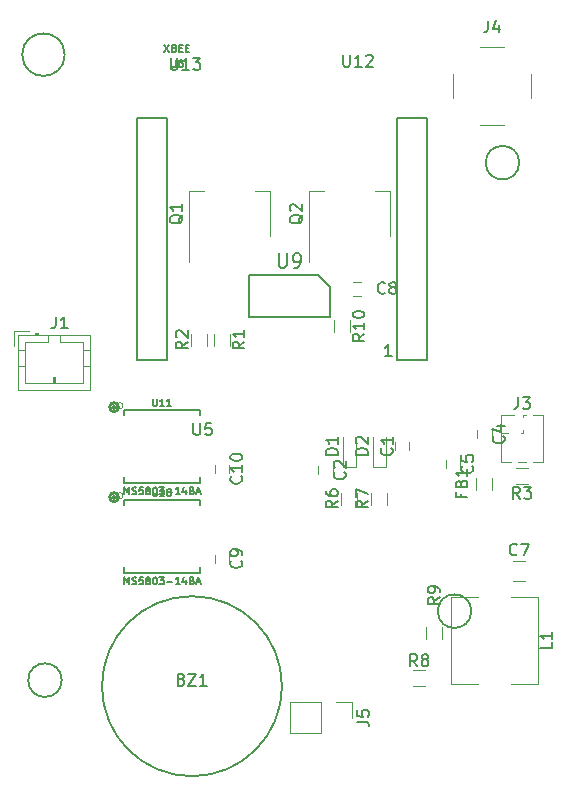
<source format=gbr>
G04 #@! TF.FileFunction,Legend,Top*
%FSLAX46Y46*%
G04 Gerber Fmt 4.6, Leading zero omitted, Abs format (unit mm)*
G04 Created by KiCad (PCBNEW 4.0.7) date 12/26/17 15:46:09*
%MOMM*%
%LPD*%
G01*
G04 APERTURE LIST*
%ADD10C,0.100000*%
%ADD11C,0.200000*%
%ADD12C,0.120000*%
%ADD13C,0.203200*%
%ADD14C,0.150000*%
%ADD15C,0.254000*%
%ADD16C,0.127000*%
%ADD17C,0.152400*%
G04 APERTURE END LIST*
D10*
D11*
X177568903Y-67437000D02*
G75*
G03X177568903Y-67437000I-1419903J0D01*
G01*
X139083051Y-58293000D02*
G75*
G03X139083051Y-58293000I-1796051J0D01*
G01*
X138833903Y-111252000D02*
G75*
G03X138833903Y-111252000I-1419903J0D01*
G01*
X173504903Y-105410000D02*
G75*
G03X173504903Y-105410000I-1419903J0D01*
G01*
D12*
X151720000Y-82923000D02*
X151720000Y-81923000D01*
X153080000Y-81923000D02*
X153080000Y-82923000D01*
X151175000Y-81923000D02*
X151175000Y-82923000D01*
X149815000Y-82923000D02*
X149815000Y-81923000D01*
D13*
X147731480Y-84114640D02*
X145232120Y-84114640D01*
X145232120Y-84114640D02*
X145232120Y-63614300D01*
X145232120Y-63614300D02*
X147731480Y-63614300D01*
X147731480Y-84114640D02*
X147731480Y-63614300D01*
X167228520Y-84114640D02*
X169727880Y-84114640D01*
X169727880Y-84114640D02*
X169727880Y-63614300D01*
X169727880Y-63614300D02*
X167228520Y-63614300D01*
X167228520Y-84114640D02*
X167228520Y-63614300D01*
D12*
X176035000Y-92770000D02*
X176857470Y-92770000D01*
X178742530Y-92770000D02*
X179565000Y-92770000D01*
X177472530Y-92770000D02*
X178127470Y-92770000D01*
X176035000Y-90295000D02*
X176035000Y-92770000D01*
X179565000Y-88840000D02*
X179565000Y-92770000D01*
X176035000Y-90295000D02*
X176601529Y-90295000D01*
X177728471Y-90295000D02*
X177871529Y-90295000D01*
X177925000Y-90241529D02*
X177925000Y-90098471D01*
X177925000Y-88971529D02*
X177925000Y-88840000D01*
X177925000Y-88840000D02*
X178127470Y-88840000D01*
X178742530Y-88840000D02*
X179565000Y-88840000D01*
X176035000Y-89535000D02*
X176035000Y-88775000D01*
X176035000Y-88775000D02*
X177165000Y-88775000D01*
X167040000Y-91790000D02*
X167040000Y-91090000D01*
X168240000Y-91090000D02*
X168240000Y-91790000D01*
X161763000Y-93122000D02*
X161763000Y-93822000D01*
X160563000Y-93822000D02*
X160563000Y-93122000D01*
X175225000Y-90074000D02*
X175225000Y-90774000D01*
X174025000Y-90774000D02*
X174025000Y-90074000D01*
X172558000Y-92614000D02*
X172558000Y-93314000D01*
X171358000Y-93314000D02*
X171358000Y-92614000D01*
X163480000Y-77505000D02*
X164180000Y-77505000D01*
X164180000Y-78705000D02*
X163480000Y-78705000D01*
X162645000Y-93240000D02*
X163745000Y-93240000D01*
X163745000Y-93240000D02*
X163745000Y-90640000D01*
X162645000Y-93240000D02*
X162645000Y-90640000D01*
X165185000Y-93240000D02*
X166285000Y-93240000D01*
X166285000Y-93240000D02*
X166285000Y-90640000D01*
X165185000Y-93240000D02*
X165185000Y-90640000D01*
X175305000Y-94115000D02*
X175305000Y-95115000D01*
X173945000Y-95115000D02*
X173945000Y-94115000D01*
X174050500Y-111586500D02*
X171750500Y-111586500D01*
X171750500Y-111586500D02*
X171750500Y-104186500D01*
X171750500Y-104186500D02*
X174050500Y-104186500D01*
X176850500Y-104186500D02*
X179150500Y-104186500D01*
X179150500Y-104186500D02*
X179150500Y-111586500D01*
X179150500Y-111586500D02*
X176850500Y-111586500D01*
X156445000Y-69845000D02*
X155185000Y-69845000D01*
X149625000Y-69845000D02*
X150885000Y-69845000D01*
X156445000Y-73605000D02*
X156445000Y-69845000D01*
X149625000Y-75855000D02*
X149625000Y-69845000D01*
X166605000Y-69845000D02*
X165345000Y-69845000D01*
X159785000Y-69845000D02*
X161045000Y-69845000D01*
X166605000Y-73605000D02*
X166605000Y-69845000D01*
X159785000Y-75855000D02*
X159785000Y-69845000D01*
X177300000Y-93300000D02*
X178300000Y-93300000D01*
X178300000Y-94660000D02*
X177300000Y-94660000D01*
X163875000Y-95385000D02*
X163875000Y-96385000D01*
X162515000Y-96385000D02*
X162515000Y-95385000D01*
X166415000Y-95385000D02*
X166415000Y-96385000D01*
X165055000Y-96385000D02*
X165055000Y-95385000D01*
X169600500Y-111741500D02*
X168600500Y-111741500D01*
X168600500Y-110381500D02*
X169600500Y-110381500D01*
X169690500Y-107751500D02*
X169690500Y-106751500D01*
X171050500Y-106751500D02*
X171050500Y-107751500D01*
X161880000Y-81780000D02*
X161880000Y-80780000D01*
X163240000Y-80780000D02*
X163240000Y-81780000D01*
D14*
X161565000Y-77985000D02*
X160565000Y-76985000D01*
X160565000Y-76985000D02*
X154665000Y-76985000D01*
X154665000Y-76985000D02*
X154665000Y-80495000D01*
X154665000Y-80495000D02*
X161565000Y-80495000D01*
X161565000Y-80495000D02*
X161565000Y-77985000D01*
D12*
X153000000Y-100615000D02*
X153000000Y-101315000D01*
X151800000Y-101315000D02*
X151800000Y-100615000D01*
X153000000Y-92995000D02*
X153000000Y-93695000D01*
X151800000Y-93695000D02*
X151800000Y-92995000D01*
D15*
X143637000Y-95758000D02*
G75*
G03X143637000Y-95758000I-381000J0D01*
G01*
X143383000Y-95758000D02*
G75*
G03X143383000Y-95758000I-127000J0D01*
G01*
D13*
X144122140Y-95961200D02*
X150517860Y-95961200D01*
X150517860Y-102158800D02*
X144122140Y-102158800D01*
X144122140Y-102158800D02*
X144122140Y-101658420D01*
X150517860Y-102158800D02*
X150517860Y-101658420D01*
X150517860Y-95961200D02*
X150517860Y-96461580D01*
X144122140Y-95961200D02*
X144122140Y-96461580D01*
D10*
X144018000Y-95631000D02*
G75*
G03X144018000Y-95631000I-254000J0D01*
G01*
D15*
X143637000Y-88138000D02*
G75*
G03X143637000Y-88138000I-381000J0D01*
G01*
X143383000Y-88138000D02*
G75*
G03X143383000Y-88138000I-127000J0D01*
G01*
D13*
X144122140Y-88341200D02*
X150517860Y-88341200D01*
X150517860Y-94538800D02*
X144122140Y-94538800D01*
X144122140Y-94538800D02*
X144122140Y-94038420D01*
X150517860Y-94538800D02*
X150517860Y-94038420D01*
X150517860Y-88341200D02*
X150517860Y-88841580D01*
X144122140Y-88341200D02*
X144122140Y-88841580D01*
D10*
X144018000Y-88011000D02*
G75*
G03X144018000Y-88011000I-254000J0D01*
G01*
D12*
X174260000Y-57660000D02*
X176260000Y-57660000D01*
X174260000Y-64260000D02*
X176260000Y-64260000D01*
X178560000Y-59960000D02*
X178560000Y-61960000D01*
X171960000Y-59960000D02*
X171960000Y-61960000D01*
D14*
X157480000Y-111760000D02*
G75*
G03X157480000Y-111760000I-7620000J0D01*
G01*
D12*
X158182000Y-113097000D02*
X158182000Y-115757000D01*
X160782000Y-113097000D02*
X158182000Y-113097000D01*
X160782000Y-115757000D02*
X158182000Y-115757000D01*
X160782000Y-113097000D02*
X160782000Y-115757000D01*
X162052000Y-113097000D02*
X163382000Y-113097000D01*
X163382000Y-113097000D02*
X163382000Y-114427000D01*
X135110000Y-82020000D02*
X135110000Y-86720000D01*
X135110000Y-86720000D02*
X141210000Y-86720000D01*
X141210000Y-86720000D02*
X141210000Y-82020000D01*
X141210000Y-82020000D02*
X135110000Y-82020000D01*
X137660000Y-82020000D02*
X137660000Y-82620000D01*
X137660000Y-82620000D02*
X135710000Y-82620000D01*
X135710000Y-82620000D02*
X135710000Y-86120000D01*
X135710000Y-86120000D02*
X140610000Y-86120000D01*
X140610000Y-86120000D02*
X140610000Y-82620000D01*
X140610000Y-82620000D02*
X138660000Y-82620000D01*
X138660000Y-82620000D02*
X138660000Y-82020000D01*
X135110000Y-83320000D02*
X135710000Y-83320000D01*
X135110000Y-84620000D02*
X135710000Y-84620000D01*
X141210000Y-83320000D02*
X140610000Y-83320000D01*
X141210000Y-84620000D02*
X140610000Y-84620000D01*
X136860000Y-82020000D02*
X136860000Y-81820000D01*
X136860000Y-81820000D02*
X136560000Y-81820000D01*
X136560000Y-81820000D02*
X136560000Y-82020000D01*
X136860000Y-81920000D02*
X136560000Y-81920000D01*
X138060000Y-86120000D02*
X138060000Y-85620000D01*
X138060000Y-85620000D02*
X138260000Y-85620000D01*
X138260000Y-85620000D02*
X138260000Y-86120000D01*
X138160000Y-86120000D02*
X138160000Y-85620000D01*
X136060000Y-81720000D02*
X134810000Y-81720000D01*
X134810000Y-81720000D02*
X134810000Y-82970000D01*
X178046000Y-101131000D02*
X177046000Y-101131000D01*
X177046000Y-102831000D02*
X178046000Y-102831000D01*
D14*
X154302381Y-82589666D02*
X153826190Y-82923000D01*
X154302381Y-83161095D02*
X153302381Y-83161095D01*
X153302381Y-82780142D01*
X153350000Y-82684904D01*
X153397619Y-82637285D01*
X153492857Y-82589666D01*
X153635714Y-82589666D01*
X153730952Y-82637285D01*
X153778571Y-82684904D01*
X153826190Y-82780142D01*
X153826190Y-83161095D01*
X154302381Y-81637285D02*
X154302381Y-82208714D01*
X154302381Y-81923000D02*
X153302381Y-81923000D01*
X153445238Y-82018238D01*
X153540476Y-82113476D01*
X153588095Y-82208714D01*
X149497381Y-82589666D02*
X149021190Y-82923000D01*
X149497381Y-83161095D02*
X148497381Y-83161095D01*
X148497381Y-82780142D01*
X148545000Y-82684904D01*
X148592619Y-82637285D01*
X148687857Y-82589666D01*
X148830714Y-82589666D01*
X148925952Y-82637285D01*
X148973571Y-82684904D01*
X149021190Y-82780142D01*
X149021190Y-83161095D01*
X148592619Y-82208714D02*
X148545000Y-82161095D01*
X148497381Y-82065857D01*
X148497381Y-81827761D01*
X148545000Y-81732523D01*
X148592619Y-81684904D01*
X148687857Y-81637285D01*
X148783095Y-81637285D01*
X148925952Y-81684904D01*
X149497381Y-82256333D01*
X149497381Y-81637285D01*
D16*
X148125543Y-58721171D02*
X148125543Y-59214657D01*
X148154571Y-59272714D01*
X148183600Y-59301743D01*
X148241657Y-59330771D01*
X148357771Y-59330771D01*
X148415829Y-59301743D01*
X148444857Y-59272714D01*
X148473886Y-59214657D01*
X148473886Y-58721171D01*
X149025429Y-58721171D02*
X148909315Y-58721171D01*
X148851258Y-58750200D01*
X148822229Y-58779229D01*
X148764172Y-58866314D01*
X148735143Y-58982429D01*
X148735143Y-59214657D01*
X148764172Y-59272714D01*
X148793200Y-59301743D01*
X148851258Y-59330771D01*
X148967372Y-59330771D01*
X149025429Y-59301743D01*
X149054458Y-59272714D01*
X149083486Y-59214657D01*
X149083486Y-59069514D01*
X149054458Y-59011457D01*
X149025429Y-58982429D01*
X148967372Y-58953400D01*
X148851258Y-58953400D01*
X148793200Y-58982429D01*
X148764172Y-59011457D01*
X148735143Y-59069514D01*
X147530458Y-57451171D02*
X147936858Y-58060771D01*
X147936858Y-57451171D02*
X147530458Y-58060771D01*
X148372286Y-57741457D02*
X148459372Y-57770486D01*
X148488400Y-57799514D01*
X148517429Y-57857571D01*
X148517429Y-57944657D01*
X148488400Y-58002714D01*
X148459372Y-58031743D01*
X148401314Y-58060771D01*
X148169086Y-58060771D01*
X148169086Y-57451171D01*
X148372286Y-57451171D01*
X148430343Y-57480200D01*
X148459372Y-57509229D01*
X148488400Y-57567286D01*
X148488400Y-57625343D01*
X148459372Y-57683400D01*
X148430343Y-57712429D01*
X148372286Y-57741457D01*
X148169086Y-57741457D01*
X148778686Y-57741457D02*
X148981886Y-57741457D01*
X149068972Y-58060771D02*
X148778686Y-58060771D01*
X148778686Y-57451171D01*
X149068972Y-57451171D01*
X149330229Y-57741457D02*
X149533429Y-57741457D01*
X149620515Y-58060771D02*
X149330229Y-58060771D01*
X149330229Y-57451171D01*
X149620515Y-57451171D01*
D17*
X166761886Y-83832579D02*
X166181315Y-83832579D01*
X166471601Y-83832579D02*
X166471601Y-82816579D01*
X166374839Y-82961722D01*
X166278077Y-83058484D01*
X166181315Y-83106865D01*
D14*
X177466667Y-87292381D02*
X177466667Y-88006667D01*
X177419047Y-88149524D01*
X177323809Y-88244762D01*
X177180952Y-88292381D01*
X177085714Y-88292381D01*
X177847619Y-87292381D02*
X178466667Y-87292381D01*
X178133333Y-87673333D01*
X178276191Y-87673333D01*
X178371429Y-87720952D01*
X178419048Y-87768571D01*
X178466667Y-87863810D01*
X178466667Y-88101905D01*
X178419048Y-88197143D01*
X178371429Y-88244762D01*
X178276191Y-88292381D01*
X177990476Y-88292381D01*
X177895238Y-88244762D01*
X177847619Y-88197143D01*
X166747143Y-91606666D02*
X166794762Y-91654285D01*
X166842381Y-91797142D01*
X166842381Y-91892380D01*
X166794762Y-92035238D01*
X166699524Y-92130476D01*
X166604286Y-92178095D01*
X166413810Y-92225714D01*
X166270952Y-92225714D01*
X166080476Y-92178095D01*
X165985238Y-92130476D01*
X165890000Y-92035238D01*
X165842381Y-91892380D01*
X165842381Y-91797142D01*
X165890000Y-91654285D01*
X165937619Y-91606666D01*
X166842381Y-90654285D02*
X166842381Y-91225714D01*
X166842381Y-90940000D02*
X165842381Y-90940000D01*
X165985238Y-91035238D01*
X166080476Y-91130476D01*
X166128095Y-91225714D01*
X162770143Y-93638666D02*
X162817762Y-93686285D01*
X162865381Y-93829142D01*
X162865381Y-93924380D01*
X162817762Y-94067238D01*
X162722524Y-94162476D01*
X162627286Y-94210095D01*
X162436810Y-94257714D01*
X162293952Y-94257714D01*
X162103476Y-94210095D01*
X162008238Y-94162476D01*
X161913000Y-94067238D01*
X161865381Y-93924380D01*
X161865381Y-93829142D01*
X161913000Y-93686285D01*
X161960619Y-93638666D01*
X161960619Y-93257714D02*
X161913000Y-93210095D01*
X161865381Y-93114857D01*
X161865381Y-92876761D01*
X161913000Y-92781523D01*
X161960619Y-92733904D01*
X162055857Y-92686285D01*
X162151095Y-92686285D01*
X162293952Y-92733904D01*
X162865381Y-93305333D01*
X162865381Y-92686285D01*
X176232143Y-90590666D02*
X176279762Y-90638285D01*
X176327381Y-90781142D01*
X176327381Y-90876380D01*
X176279762Y-91019238D01*
X176184524Y-91114476D01*
X176089286Y-91162095D01*
X175898810Y-91209714D01*
X175755952Y-91209714D01*
X175565476Y-91162095D01*
X175470238Y-91114476D01*
X175375000Y-91019238D01*
X175327381Y-90876380D01*
X175327381Y-90781142D01*
X175375000Y-90638285D01*
X175422619Y-90590666D01*
X175660714Y-89733523D02*
X176327381Y-89733523D01*
X175279762Y-89971619D02*
X175994048Y-90209714D01*
X175994048Y-89590666D01*
X173565143Y-93130666D02*
X173612762Y-93178285D01*
X173660381Y-93321142D01*
X173660381Y-93416380D01*
X173612762Y-93559238D01*
X173517524Y-93654476D01*
X173422286Y-93702095D01*
X173231810Y-93749714D01*
X173088952Y-93749714D01*
X172898476Y-93702095D01*
X172803238Y-93654476D01*
X172708000Y-93559238D01*
X172660381Y-93416380D01*
X172660381Y-93321142D01*
X172708000Y-93178285D01*
X172755619Y-93130666D01*
X172660381Y-92225904D02*
X172660381Y-92702095D01*
X173136571Y-92749714D01*
X173088952Y-92702095D01*
X173041333Y-92606857D01*
X173041333Y-92368761D01*
X173088952Y-92273523D01*
X173136571Y-92225904D01*
X173231810Y-92178285D01*
X173469905Y-92178285D01*
X173565143Y-92225904D01*
X173612762Y-92273523D01*
X173660381Y-92368761D01*
X173660381Y-92606857D01*
X173612762Y-92702095D01*
X173565143Y-92749714D01*
X166203334Y-78462143D02*
X166155715Y-78509762D01*
X166012858Y-78557381D01*
X165917620Y-78557381D01*
X165774762Y-78509762D01*
X165679524Y-78414524D01*
X165631905Y-78319286D01*
X165584286Y-78128810D01*
X165584286Y-77985952D01*
X165631905Y-77795476D01*
X165679524Y-77700238D01*
X165774762Y-77605000D01*
X165917620Y-77557381D01*
X166012858Y-77557381D01*
X166155715Y-77605000D01*
X166203334Y-77652619D01*
X166774762Y-77985952D02*
X166679524Y-77938333D01*
X166631905Y-77890714D01*
X166584286Y-77795476D01*
X166584286Y-77747857D01*
X166631905Y-77652619D01*
X166679524Y-77605000D01*
X166774762Y-77557381D01*
X166965239Y-77557381D01*
X167060477Y-77605000D01*
X167108096Y-77652619D01*
X167155715Y-77747857D01*
X167155715Y-77795476D01*
X167108096Y-77890714D01*
X167060477Y-77938333D01*
X166965239Y-77985952D01*
X166774762Y-77985952D01*
X166679524Y-78033571D01*
X166631905Y-78081190D01*
X166584286Y-78176429D01*
X166584286Y-78366905D01*
X166631905Y-78462143D01*
X166679524Y-78509762D01*
X166774762Y-78557381D01*
X166965239Y-78557381D01*
X167060477Y-78509762D01*
X167108096Y-78462143D01*
X167155715Y-78366905D01*
X167155715Y-78176429D01*
X167108096Y-78081190D01*
X167060477Y-78033571D01*
X166965239Y-77985952D01*
X162197381Y-92178095D02*
X161197381Y-92178095D01*
X161197381Y-91940000D01*
X161245000Y-91797142D01*
X161340238Y-91701904D01*
X161435476Y-91654285D01*
X161625952Y-91606666D01*
X161768810Y-91606666D01*
X161959286Y-91654285D01*
X162054524Y-91701904D01*
X162149762Y-91797142D01*
X162197381Y-91940000D01*
X162197381Y-92178095D01*
X162197381Y-90654285D02*
X162197381Y-91225714D01*
X162197381Y-90940000D02*
X161197381Y-90940000D01*
X161340238Y-91035238D01*
X161435476Y-91130476D01*
X161483095Y-91225714D01*
X164737381Y-92178095D02*
X163737381Y-92178095D01*
X163737381Y-91940000D01*
X163785000Y-91797142D01*
X163880238Y-91701904D01*
X163975476Y-91654285D01*
X164165952Y-91606666D01*
X164308810Y-91606666D01*
X164499286Y-91654285D01*
X164594524Y-91701904D01*
X164689762Y-91797142D01*
X164737381Y-91940000D01*
X164737381Y-92178095D01*
X163832619Y-91225714D02*
X163785000Y-91178095D01*
X163737381Y-91082857D01*
X163737381Y-90844761D01*
X163785000Y-90749523D01*
X163832619Y-90701904D01*
X163927857Y-90654285D01*
X164023095Y-90654285D01*
X164165952Y-90701904D01*
X164737381Y-91273333D01*
X164737381Y-90654285D01*
X172653571Y-95448333D02*
X172653571Y-95781667D01*
X173177381Y-95781667D02*
X172177381Y-95781667D01*
X172177381Y-95305476D01*
X172653571Y-94591190D02*
X172701190Y-94448333D01*
X172748810Y-94400714D01*
X172844048Y-94353095D01*
X172986905Y-94353095D01*
X173082143Y-94400714D01*
X173129762Y-94448333D01*
X173177381Y-94543571D01*
X173177381Y-94924524D01*
X172177381Y-94924524D01*
X172177381Y-94591190D01*
X172225000Y-94495952D01*
X172272619Y-94448333D01*
X172367857Y-94400714D01*
X172463095Y-94400714D01*
X172558333Y-94448333D01*
X172605952Y-94495952D01*
X172653571Y-94591190D01*
X172653571Y-94924524D01*
X173177381Y-93400714D02*
X173177381Y-93972143D01*
X173177381Y-93686429D02*
X172177381Y-93686429D01*
X172320238Y-93781667D01*
X172415476Y-93876905D01*
X172463095Y-93972143D01*
X180352881Y-108053166D02*
X180352881Y-108529357D01*
X179352881Y-108529357D01*
X180352881Y-107196023D02*
X180352881Y-107767452D01*
X180352881Y-107481738D02*
X179352881Y-107481738D01*
X179495738Y-107576976D01*
X179590976Y-107672214D01*
X179638595Y-107767452D01*
X149082619Y-71850238D02*
X149035000Y-71945476D01*
X148939762Y-72040714D01*
X148796905Y-72183571D01*
X148749286Y-72278810D01*
X148749286Y-72374048D01*
X148987381Y-72326429D02*
X148939762Y-72421667D01*
X148844524Y-72516905D01*
X148654048Y-72564524D01*
X148320714Y-72564524D01*
X148130238Y-72516905D01*
X148035000Y-72421667D01*
X147987381Y-72326429D01*
X147987381Y-72135952D01*
X148035000Y-72040714D01*
X148130238Y-71945476D01*
X148320714Y-71897857D01*
X148654048Y-71897857D01*
X148844524Y-71945476D01*
X148939762Y-72040714D01*
X148987381Y-72135952D01*
X148987381Y-72326429D01*
X148987381Y-70945476D02*
X148987381Y-71516905D01*
X148987381Y-71231191D02*
X147987381Y-71231191D01*
X148130238Y-71326429D01*
X148225476Y-71421667D01*
X148273095Y-71516905D01*
X159242619Y-71850238D02*
X159195000Y-71945476D01*
X159099762Y-72040714D01*
X158956905Y-72183571D01*
X158909286Y-72278810D01*
X158909286Y-72374048D01*
X159147381Y-72326429D02*
X159099762Y-72421667D01*
X159004524Y-72516905D01*
X158814048Y-72564524D01*
X158480714Y-72564524D01*
X158290238Y-72516905D01*
X158195000Y-72421667D01*
X158147381Y-72326429D01*
X158147381Y-72135952D01*
X158195000Y-72040714D01*
X158290238Y-71945476D01*
X158480714Y-71897857D01*
X158814048Y-71897857D01*
X159004524Y-71945476D01*
X159099762Y-72040714D01*
X159147381Y-72135952D01*
X159147381Y-72326429D01*
X158242619Y-71516905D02*
X158195000Y-71469286D01*
X158147381Y-71374048D01*
X158147381Y-71135952D01*
X158195000Y-71040714D01*
X158242619Y-70993095D01*
X158337857Y-70945476D01*
X158433095Y-70945476D01*
X158575952Y-70993095D01*
X159147381Y-71564524D01*
X159147381Y-70945476D01*
X177633334Y-95882381D02*
X177300000Y-95406190D01*
X177061905Y-95882381D02*
X177061905Y-94882381D01*
X177442858Y-94882381D01*
X177538096Y-94930000D01*
X177585715Y-94977619D01*
X177633334Y-95072857D01*
X177633334Y-95215714D01*
X177585715Y-95310952D01*
X177538096Y-95358571D01*
X177442858Y-95406190D01*
X177061905Y-95406190D01*
X177966667Y-94882381D02*
X178585715Y-94882381D01*
X178252381Y-95263333D01*
X178395239Y-95263333D01*
X178490477Y-95310952D01*
X178538096Y-95358571D01*
X178585715Y-95453810D01*
X178585715Y-95691905D01*
X178538096Y-95787143D01*
X178490477Y-95834762D01*
X178395239Y-95882381D01*
X178109524Y-95882381D01*
X178014286Y-95834762D01*
X177966667Y-95787143D01*
X162197381Y-96051666D02*
X161721190Y-96385000D01*
X162197381Y-96623095D02*
X161197381Y-96623095D01*
X161197381Y-96242142D01*
X161245000Y-96146904D01*
X161292619Y-96099285D01*
X161387857Y-96051666D01*
X161530714Y-96051666D01*
X161625952Y-96099285D01*
X161673571Y-96146904D01*
X161721190Y-96242142D01*
X161721190Y-96623095D01*
X161197381Y-95194523D02*
X161197381Y-95385000D01*
X161245000Y-95480238D01*
X161292619Y-95527857D01*
X161435476Y-95623095D01*
X161625952Y-95670714D01*
X162006905Y-95670714D01*
X162102143Y-95623095D01*
X162149762Y-95575476D01*
X162197381Y-95480238D01*
X162197381Y-95289761D01*
X162149762Y-95194523D01*
X162102143Y-95146904D01*
X162006905Y-95099285D01*
X161768810Y-95099285D01*
X161673571Y-95146904D01*
X161625952Y-95194523D01*
X161578333Y-95289761D01*
X161578333Y-95480238D01*
X161625952Y-95575476D01*
X161673571Y-95623095D01*
X161768810Y-95670714D01*
X164737381Y-96051666D02*
X164261190Y-96385000D01*
X164737381Y-96623095D02*
X163737381Y-96623095D01*
X163737381Y-96242142D01*
X163785000Y-96146904D01*
X163832619Y-96099285D01*
X163927857Y-96051666D01*
X164070714Y-96051666D01*
X164165952Y-96099285D01*
X164213571Y-96146904D01*
X164261190Y-96242142D01*
X164261190Y-96623095D01*
X163737381Y-95718333D02*
X163737381Y-95051666D01*
X164737381Y-95480238D01*
X168933834Y-110063881D02*
X168600500Y-109587690D01*
X168362405Y-110063881D02*
X168362405Y-109063881D01*
X168743358Y-109063881D01*
X168838596Y-109111500D01*
X168886215Y-109159119D01*
X168933834Y-109254357D01*
X168933834Y-109397214D01*
X168886215Y-109492452D01*
X168838596Y-109540071D01*
X168743358Y-109587690D01*
X168362405Y-109587690D01*
X169505262Y-109492452D02*
X169410024Y-109444833D01*
X169362405Y-109397214D01*
X169314786Y-109301976D01*
X169314786Y-109254357D01*
X169362405Y-109159119D01*
X169410024Y-109111500D01*
X169505262Y-109063881D01*
X169695739Y-109063881D01*
X169790977Y-109111500D01*
X169838596Y-109159119D01*
X169886215Y-109254357D01*
X169886215Y-109301976D01*
X169838596Y-109397214D01*
X169790977Y-109444833D01*
X169695739Y-109492452D01*
X169505262Y-109492452D01*
X169410024Y-109540071D01*
X169362405Y-109587690D01*
X169314786Y-109682929D01*
X169314786Y-109873405D01*
X169362405Y-109968643D01*
X169410024Y-110016262D01*
X169505262Y-110063881D01*
X169695739Y-110063881D01*
X169790977Y-110016262D01*
X169838596Y-109968643D01*
X169886215Y-109873405D01*
X169886215Y-109682929D01*
X169838596Y-109587690D01*
X169790977Y-109540071D01*
X169695739Y-109492452D01*
X170822881Y-104243166D02*
X170346690Y-104576500D01*
X170822881Y-104814595D02*
X169822881Y-104814595D01*
X169822881Y-104433642D01*
X169870500Y-104338404D01*
X169918119Y-104290785D01*
X170013357Y-104243166D01*
X170156214Y-104243166D01*
X170251452Y-104290785D01*
X170299071Y-104338404D01*
X170346690Y-104433642D01*
X170346690Y-104814595D01*
X170822881Y-103766976D02*
X170822881Y-103576500D01*
X170775262Y-103481261D01*
X170727643Y-103433642D01*
X170584786Y-103338404D01*
X170394310Y-103290785D01*
X170013357Y-103290785D01*
X169918119Y-103338404D01*
X169870500Y-103386023D01*
X169822881Y-103481261D01*
X169822881Y-103671738D01*
X169870500Y-103766976D01*
X169918119Y-103814595D01*
X170013357Y-103862214D01*
X170251452Y-103862214D01*
X170346690Y-103814595D01*
X170394310Y-103766976D01*
X170441929Y-103671738D01*
X170441929Y-103481261D01*
X170394310Y-103386023D01*
X170346690Y-103338404D01*
X170251452Y-103290785D01*
X164462381Y-81922857D02*
X163986190Y-82256191D01*
X164462381Y-82494286D02*
X163462381Y-82494286D01*
X163462381Y-82113333D01*
X163510000Y-82018095D01*
X163557619Y-81970476D01*
X163652857Y-81922857D01*
X163795714Y-81922857D01*
X163890952Y-81970476D01*
X163938571Y-82018095D01*
X163986190Y-82113333D01*
X163986190Y-82494286D01*
X164462381Y-80970476D02*
X164462381Y-81541905D01*
X164462381Y-81256191D02*
X163462381Y-81256191D01*
X163605238Y-81351429D01*
X163700476Y-81446667D01*
X163748095Y-81541905D01*
X163462381Y-80351429D02*
X163462381Y-80256190D01*
X163510000Y-80160952D01*
X163557619Y-80113333D01*
X163652857Y-80065714D01*
X163843333Y-80018095D01*
X164081429Y-80018095D01*
X164271905Y-80065714D01*
X164367143Y-80113333D01*
X164414762Y-80160952D01*
X164462381Y-80256190D01*
X164462381Y-80351429D01*
X164414762Y-80446667D01*
X164367143Y-80494286D01*
X164271905Y-80541905D01*
X164081429Y-80589524D01*
X163843333Y-80589524D01*
X163652857Y-80541905D01*
X163557619Y-80494286D01*
X163510000Y-80446667D01*
X163462381Y-80351429D01*
X157200714Y-75127857D02*
X157200714Y-76099286D01*
X157257857Y-76213571D01*
X157315000Y-76270714D01*
X157429286Y-76327857D01*
X157657857Y-76327857D01*
X157772143Y-76270714D01*
X157829286Y-76213571D01*
X157886429Y-76099286D01*
X157886429Y-75127857D01*
X158515000Y-76327857D02*
X158743572Y-76327857D01*
X158857857Y-76270714D01*
X158915000Y-76213571D01*
X159029286Y-76042143D01*
X159086429Y-75813571D01*
X159086429Y-75356429D01*
X159029286Y-75242143D01*
X158972143Y-75185000D01*
X158857857Y-75127857D01*
X158629286Y-75127857D01*
X158515000Y-75185000D01*
X158457857Y-75242143D01*
X158400714Y-75356429D01*
X158400714Y-75642143D01*
X158457857Y-75756429D01*
X158515000Y-75813571D01*
X158629286Y-75870714D01*
X158857857Y-75870714D01*
X158972143Y-75813571D01*
X159029286Y-75756429D01*
X159086429Y-75642143D01*
X154007143Y-101131666D02*
X154054762Y-101179285D01*
X154102381Y-101322142D01*
X154102381Y-101417380D01*
X154054762Y-101560238D01*
X153959524Y-101655476D01*
X153864286Y-101703095D01*
X153673810Y-101750714D01*
X153530952Y-101750714D01*
X153340476Y-101703095D01*
X153245238Y-101655476D01*
X153150000Y-101560238D01*
X153102381Y-101417380D01*
X153102381Y-101322142D01*
X153150000Y-101179285D01*
X153197619Y-101131666D01*
X154102381Y-100655476D02*
X154102381Y-100465000D01*
X154054762Y-100369761D01*
X154007143Y-100322142D01*
X153864286Y-100226904D01*
X153673810Y-100179285D01*
X153292857Y-100179285D01*
X153197619Y-100226904D01*
X153150000Y-100274523D01*
X153102381Y-100369761D01*
X153102381Y-100560238D01*
X153150000Y-100655476D01*
X153197619Y-100703095D01*
X153292857Y-100750714D01*
X153530952Y-100750714D01*
X153626190Y-100703095D01*
X153673810Y-100655476D01*
X153721429Y-100560238D01*
X153721429Y-100369761D01*
X153673810Y-100274523D01*
X153626190Y-100226904D01*
X153530952Y-100179285D01*
X154007143Y-93987857D02*
X154054762Y-94035476D01*
X154102381Y-94178333D01*
X154102381Y-94273571D01*
X154054762Y-94416429D01*
X153959524Y-94511667D01*
X153864286Y-94559286D01*
X153673810Y-94606905D01*
X153530952Y-94606905D01*
X153340476Y-94559286D01*
X153245238Y-94511667D01*
X153150000Y-94416429D01*
X153102381Y-94273571D01*
X153102381Y-94178333D01*
X153150000Y-94035476D01*
X153197619Y-93987857D01*
X154102381Y-93035476D02*
X154102381Y-93606905D01*
X154102381Y-93321191D02*
X153102381Y-93321191D01*
X153245238Y-93416429D01*
X153340476Y-93511667D01*
X153388095Y-93606905D01*
X153102381Y-92416429D02*
X153102381Y-92321190D01*
X153150000Y-92225952D01*
X153197619Y-92178333D01*
X153292857Y-92130714D01*
X153483333Y-92083095D01*
X153721429Y-92083095D01*
X153911905Y-92130714D01*
X154007143Y-92178333D01*
X154054762Y-92225952D01*
X154102381Y-92321190D01*
X154102381Y-92416429D01*
X154054762Y-92511667D01*
X154007143Y-92559286D01*
X153911905Y-92606905D01*
X153721429Y-92654524D01*
X153483333Y-92654524D01*
X153292857Y-92606905D01*
X153197619Y-92559286D01*
X153150000Y-92511667D01*
X153102381Y-92416429D01*
D16*
X146565258Y-95043171D02*
X146565258Y-95536657D01*
X146594286Y-95594714D01*
X146623315Y-95623743D01*
X146681372Y-95652771D01*
X146797486Y-95652771D01*
X146855544Y-95623743D01*
X146884572Y-95594714D01*
X146913601Y-95536657D01*
X146913601Y-95043171D01*
X147523201Y-95652771D02*
X147174858Y-95652771D01*
X147349030Y-95652771D02*
X147349030Y-95043171D01*
X147290973Y-95130257D01*
X147232915Y-95188314D01*
X147174858Y-95217343D01*
X147900572Y-95043171D02*
X147958629Y-95043171D01*
X148016686Y-95072200D01*
X148045715Y-95101229D01*
X148074744Y-95159286D01*
X148103772Y-95275400D01*
X148103772Y-95420543D01*
X148074744Y-95536657D01*
X148045715Y-95594714D01*
X148016686Y-95623743D01*
X147958629Y-95652771D01*
X147900572Y-95652771D01*
X147842515Y-95623743D01*
X147813486Y-95594714D01*
X147784458Y-95536657D01*
X147755429Y-95420543D01*
X147755429Y-95275400D01*
X147784458Y-95159286D01*
X147813486Y-95101229D01*
X147842515Y-95072200D01*
X147900572Y-95043171D01*
X144141373Y-103145771D02*
X144141373Y-102536171D01*
X144344573Y-102971600D01*
X144547773Y-102536171D01*
X144547773Y-103145771D01*
X144809030Y-103116743D02*
X144896116Y-103145771D01*
X145041259Y-103145771D01*
X145099316Y-103116743D01*
X145128345Y-103087714D01*
X145157373Y-103029657D01*
X145157373Y-102971600D01*
X145128345Y-102913543D01*
X145099316Y-102884514D01*
X145041259Y-102855486D01*
X144925145Y-102826457D01*
X144867087Y-102797429D01*
X144838059Y-102768400D01*
X144809030Y-102710343D01*
X144809030Y-102652286D01*
X144838059Y-102594229D01*
X144867087Y-102565200D01*
X144925145Y-102536171D01*
X145070287Y-102536171D01*
X145157373Y-102565200D01*
X145708916Y-102536171D02*
X145418630Y-102536171D01*
X145389601Y-102826457D01*
X145418630Y-102797429D01*
X145476687Y-102768400D01*
X145621830Y-102768400D01*
X145679887Y-102797429D01*
X145708916Y-102826457D01*
X145737944Y-102884514D01*
X145737944Y-103029657D01*
X145708916Y-103087714D01*
X145679887Y-103116743D01*
X145621830Y-103145771D01*
X145476687Y-103145771D01*
X145418630Y-103116743D01*
X145389601Y-103087714D01*
X146086287Y-102797429D02*
X146028229Y-102768400D01*
X145999201Y-102739371D01*
X145970172Y-102681314D01*
X145970172Y-102652286D01*
X145999201Y-102594229D01*
X146028229Y-102565200D01*
X146086287Y-102536171D01*
X146202401Y-102536171D01*
X146260458Y-102565200D01*
X146289487Y-102594229D01*
X146318515Y-102652286D01*
X146318515Y-102681314D01*
X146289487Y-102739371D01*
X146260458Y-102768400D01*
X146202401Y-102797429D01*
X146086287Y-102797429D01*
X146028229Y-102826457D01*
X145999201Y-102855486D01*
X145970172Y-102913543D01*
X145970172Y-103029657D01*
X145999201Y-103087714D01*
X146028229Y-103116743D01*
X146086287Y-103145771D01*
X146202401Y-103145771D01*
X146260458Y-103116743D01*
X146289487Y-103087714D01*
X146318515Y-103029657D01*
X146318515Y-102913543D01*
X146289487Y-102855486D01*
X146260458Y-102826457D01*
X146202401Y-102797429D01*
X146695886Y-102536171D02*
X146753943Y-102536171D01*
X146812000Y-102565200D01*
X146841029Y-102594229D01*
X146870058Y-102652286D01*
X146899086Y-102768400D01*
X146899086Y-102913543D01*
X146870058Y-103029657D01*
X146841029Y-103087714D01*
X146812000Y-103116743D01*
X146753943Y-103145771D01*
X146695886Y-103145771D01*
X146637829Y-103116743D01*
X146608800Y-103087714D01*
X146579772Y-103029657D01*
X146550743Y-102913543D01*
X146550743Y-102768400D01*
X146579772Y-102652286D01*
X146608800Y-102594229D01*
X146637829Y-102565200D01*
X146695886Y-102536171D01*
X147102286Y-102536171D02*
X147479657Y-102536171D01*
X147276457Y-102768400D01*
X147363543Y-102768400D01*
X147421600Y-102797429D01*
X147450629Y-102826457D01*
X147479657Y-102884514D01*
X147479657Y-103029657D01*
X147450629Y-103087714D01*
X147421600Y-103116743D01*
X147363543Y-103145771D01*
X147189371Y-103145771D01*
X147131314Y-103116743D01*
X147102286Y-103087714D01*
X147740914Y-102913543D02*
X148205371Y-102913543D01*
X148814971Y-103145771D02*
X148466628Y-103145771D01*
X148640800Y-103145771D02*
X148640800Y-102536171D01*
X148582743Y-102623257D01*
X148524685Y-102681314D01*
X148466628Y-102710343D01*
X149337485Y-102739371D02*
X149337485Y-103145771D01*
X149192342Y-102507143D02*
X149047199Y-102942571D01*
X149424571Y-102942571D01*
X149859999Y-102826457D02*
X149947085Y-102855486D01*
X149976113Y-102884514D01*
X150005142Y-102942571D01*
X150005142Y-103029657D01*
X149976113Y-103087714D01*
X149947085Y-103116743D01*
X149889027Y-103145771D01*
X149656799Y-103145771D01*
X149656799Y-102536171D01*
X149859999Y-102536171D01*
X149918056Y-102565200D01*
X149947085Y-102594229D01*
X149976113Y-102652286D01*
X149976113Y-102710343D01*
X149947085Y-102768400D01*
X149918056Y-102797429D01*
X149859999Y-102826457D01*
X149656799Y-102826457D01*
X150237370Y-102971600D02*
X150527656Y-102971600D01*
X150179313Y-103145771D02*
X150382513Y-102536171D01*
X150585713Y-103145771D01*
X146565258Y-87423171D02*
X146565258Y-87916657D01*
X146594286Y-87974714D01*
X146623315Y-88003743D01*
X146681372Y-88032771D01*
X146797486Y-88032771D01*
X146855544Y-88003743D01*
X146884572Y-87974714D01*
X146913601Y-87916657D01*
X146913601Y-87423171D01*
X147523201Y-88032771D02*
X147174858Y-88032771D01*
X147349030Y-88032771D02*
X147349030Y-87423171D01*
X147290973Y-87510257D01*
X147232915Y-87568314D01*
X147174858Y-87597343D01*
X148103772Y-88032771D02*
X147755429Y-88032771D01*
X147929601Y-88032771D02*
X147929601Y-87423171D01*
X147871544Y-87510257D01*
X147813486Y-87568314D01*
X147755429Y-87597343D01*
X144141373Y-95525771D02*
X144141373Y-94916171D01*
X144344573Y-95351600D01*
X144547773Y-94916171D01*
X144547773Y-95525771D01*
X144809030Y-95496743D02*
X144896116Y-95525771D01*
X145041259Y-95525771D01*
X145099316Y-95496743D01*
X145128345Y-95467714D01*
X145157373Y-95409657D01*
X145157373Y-95351600D01*
X145128345Y-95293543D01*
X145099316Y-95264514D01*
X145041259Y-95235486D01*
X144925145Y-95206457D01*
X144867087Y-95177429D01*
X144838059Y-95148400D01*
X144809030Y-95090343D01*
X144809030Y-95032286D01*
X144838059Y-94974229D01*
X144867087Y-94945200D01*
X144925145Y-94916171D01*
X145070287Y-94916171D01*
X145157373Y-94945200D01*
X145708916Y-94916171D02*
X145418630Y-94916171D01*
X145389601Y-95206457D01*
X145418630Y-95177429D01*
X145476687Y-95148400D01*
X145621830Y-95148400D01*
X145679887Y-95177429D01*
X145708916Y-95206457D01*
X145737944Y-95264514D01*
X145737944Y-95409657D01*
X145708916Y-95467714D01*
X145679887Y-95496743D01*
X145621830Y-95525771D01*
X145476687Y-95525771D01*
X145418630Y-95496743D01*
X145389601Y-95467714D01*
X146086287Y-95177429D02*
X146028229Y-95148400D01*
X145999201Y-95119371D01*
X145970172Y-95061314D01*
X145970172Y-95032286D01*
X145999201Y-94974229D01*
X146028229Y-94945200D01*
X146086287Y-94916171D01*
X146202401Y-94916171D01*
X146260458Y-94945200D01*
X146289487Y-94974229D01*
X146318515Y-95032286D01*
X146318515Y-95061314D01*
X146289487Y-95119371D01*
X146260458Y-95148400D01*
X146202401Y-95177429D01*
X146086287Y-95177429D01*
X146028229Y-95206457D01*
X145999201Y-95235486D01*
X145970172Y-95293543D01*
X145970172Y-95409657D01*
X145999201Y-95467714D01*
X146028229Y-95496743D01*
X146086287Y-95525771D01*
X146202401Y-95525771D01*
X146260458Y-95496743D01*
X146289487Y-95467714D01*
X146318515Y-95409657D01*
X146318515Y-95293543D01*
X146289487Y-95235486D01*
X146260458Y-95206457D01*
X146202401Y-95177429D01*
X146695886Y-94916171D02*
X146753943Y-94916171D01*
X146812000Y-94945200D01*
X146841029Y-94974229D01*
X146870058Y-95032286D01*
X146899086Y-95148400D01*
X146899086Y-95293543D01*
X146870058Y-95409657D01*
X146841029Y-95467714D01*
X146812000Y-95496743D01*
X146753943Y-95525771D01*
X146695886Y-95525771D01*
X146637829Y-95496743D01*
X146608800Y-95467714D01*
X146579772Y-95409657D01*
X146550743Y-95293543D01*
X146550743Y-95148400D01*
X146579772Y-95032286D01*
X146608800Y-94974229D01*
X146637829Y-94945200D01*
X146695886Y-94916171D01*
X147102286Y-94916171D02*
X147479657Y-94916171D01*
X147276457Y-95148400D01*
X147363543Y-95148400D01*
X147421600Y-95177429D01*
X147450629Y-95206457D01*
X147479657Y-95264514D01*
X147479657Y-95409657D01*
X147450629Y-95467714D01*
X147421600Y-95496743D01*
X147363543Y-95525771D01*
X147189371Y-95525771D01*
X147131314Y-95496743D01*
X147102286Y-95467714D01*
X147740914Y-95293543D02*
X148205371Y-95293543D01*
X148814971Y-95525771D02*
X148466628Y-95525771D01*
X148640800Y-95525771D02*
X148640800Y-94916171D01*
X148582743Y-95003257D01*
X148524685Y-95061314D01*
X148466628Y-95090343D01*
X149337485Y-95119371D02*
X149337485Y-95525771D01*
X149192342Y-94887143D02*
X149047199Y-95322571D01*
X149424571Y-95322571D01*
X149859999Y-95206457D02*
X149947085Y-95235486D01*
X149976113Y-95264514D01*
X150005142Y-95322571D01*
X150005142Y-95409657D01*
X149976113Y-95467714D01*
X149947085Y-95496743D01*
X149889027Y-95525771D01*
X149656799Y-95525771D01*
X149656799Y-94916171D01*
X149859999Y-94916171D01*
X149918056Y-94945200D01*
X149947085Y-94974229D01*
X149976113Y-95032286D01*
X149976113Y-95090343D01*
X149947085Y-95148400D01*
X149918056Y-95177429D01*
X149859999Y-95206457D01*
X149656799Y-95206457D01*
X150237370Y-95351600D02*
X150527656Y-95351600D01*
X150179313Y-95525771D02*
X150382513Y-94916171D01*
X150585713Y-95525771D01*
D14*
X174926667Y-55412381D02*
X174926667Y-56126667D01*
X174879047Y-56269524D01*
X174783809Y-56364762D01*
X174640952Y-56412381D01*
X174545714Y-56412381D01*
X175831429Y-55745714D02*
X175831429Y-56412381D01*
X175593333Y-55364762D02*
X175355238Y-56079048D01*
X175974286Y-56079048D01*
X149987095Y-89487381D02*
X149987095Y-90296905D01*
X150034714Y-90392143D01*
X150082333Y-90439762D01*
X150177571Y-90487381D01*
X150368048Y-90487381D01*
X150463286Y-90439762D01*
X150510905Y-90392143D01*
X150558524Y-90296905D01*
X150558524Y-89487381D01*
X151510905Y-89487381D02*
X151034714Y-89487381D01*
X150987095Y-89963571D01*
X151034714Y-89915952D01*
X151129952Y-89868333D01*
X151368048Y-89868333D01*
X151463286Y-89915952D01*
X151510905Y-89963571D01*
X151558524Y-90058810D01*
X151558524Y-90296905D01*
X151510905Y-90392143D01*
X151463286Y-90439762D01*
X151368048Y-90487381D01*
X151129952Y-90487381D01*
X151034714Y-90439762D01*
X150987095Y-90392143D01*
X162655405Y-58308881D02*
X162655405Y-59118405D01*
X162703024Y-59213643D01*
X162750643Y-59261262D01*
X162845881Y-59308881D01*
X163036358Y-59308881D01*
X163131596Y-59261262D01*
X163179215Y-59213643D01*
X163226834Y-59118405D01*
X163226834Y-58308881D01*
X164226834Y-59308881D02*
X163655405Y-59308881D01*
X163941119Y-59308881D02*
X163941119Y-58308881D01*
X163845881Y-58451738D01*
X163750643Y-58546976D01*
X163655405Y-58594595D01*
X164607786Y-58404119D02*
X164655405Y-58356500D01*
X164750643Y-58308881D01*
X164988739Y-58308881D01*
X165083977Y-58356500D01*
X165131596Y-58404119D01*
X165179215Y-58499357D01*
X165179215Y-58594595D01*
X165131596Y-58737452D01*
X164560167Y-59308881D01*
X165179215Y-59308881D01*
X148050405Y-58562881D02*
X148050405Y-59372405D01*
X148098024Y-59467643D01*
X148145643Y-59515262D01*
X148240881Y-59562881D01*
X148431358Y-59562881D01*
X148526596Y-59515262D01*
X148574215Y-59467643D01*
X148621834Y-59372405D01*
X148621834Y-58562881D01*
X149621834Y-59562881D02*
X149050405Y-59562881D01*
X149336119Y-59562881D02*
X149336119Y-58562881D01*
X149240881Y-58705738D01*
X149145643Y-58800976D01*
X149050405Y-58848595D01*
X149955167Y-58562881D02*
X150574215Y-58562881D01*
X150240881Y-58943833D01*
X150383739Y-58943833D01*
X150478977Y-58991452D01*
X150526596Y-59039071D01*
X150574215Y-59134310D01*
X150574215Y-59372405D01*
X150526596Y-59467643D01*
X150478977Y-59515262D01*
X150383739Y-59562881D01*
X150098024Y-59562881D01*
X150002786Y-59515262D01*
X149955167Y-59467643D01*
X148979048Y-111188571D02*
X149121905Y-111236190D01*
X149169524Y-111283810D01*
X149217143Y-111379048D01*
X149217143Y-111521905D01*
X149169524Y-111617143D01*
X149121905Y-111664762D01*
X149026667Y-111712381D01*
X148645714Y-111712381D01*
X148645714Y-110712381D01*
X148979048Y-110712381D01*
X149074286Y-110760000D01*
X149121905Y-110807619D01*
X149169524Y-110902857D01*
X149169524Y-110998095D01*
X149121905Y-111093333D01*
X149074286Y-111140952D01*
X148979048Y-111188571D01*
X148645714Y-111188571D01*
X149550476Y-110712381D02*
X150217143Y-110712381D01*
X149550476Y-111712381D01*
X150217143Y-111712381D01*
X151121905Y-111712381D02*
X150550476Y-111712381D01*
X150836190Y-111712381D02*
X150836190Y-110712381D01*
X150740952Y-110855238D01*
X150645714Y-110950476D01*
X150550476Y-110998095D01*
X163834381Y-114760333D02*
X164548667Y-114760333D01*
X164691524Y-114807953D01*
X164786762Y-114903191D01*
X164834381Y-115046048D01*
X164834381Y-115141286D01*
X163834381Y-113807952D02*
X163834381Y-114284143D01*
X164310571Y-114331762D01*
X164262952Y-114284143D01*
X164215333Y-114188905D01*
X164215333Y-113950809D01*
X164262952Y-113855571D01*
X164310571Y-113807952D01*
X164405810Y-113760333D01*
X164643905Y-113760333D01*
X164739143Y-113807952D01*
X164786762Y-113855571D01*
X164834381Y-113950809D01*
X164834381Y-114188905D01*
X164786762Y-114284143D01*
X164739143Y-114331762D01*
X138326667Y-80472381D02*
X138326667Y-81186667D01*
X138279047Y-81329524D01*
X138183809Y-81424762D01*
X138040952Y-81472381D01*
X137945714Y-81472381D01*
X139326667Y-81472381D02*
X138755238Y-81472381D01*
X139040952Y-81472381D02*
X139040952Y-80472381D01*
X138945714Y-80615238D01*
X138850476Y-80710476D01*
X138755238Y-80758095D01*
X177379334Y-100588143D02*
X177331715Y-100635762D01*
X177188858Y-100683381D01*
X177093620Y-100683381D01*
X176950762Y-100635762D01*
X176855524Y-100540524D01*
X176807905Y-100445286D01*
X176760286Y-100254810D01*
X176760286Y-100111952D01*
X176807905Y-99921476D01*
X176855524Y-99826238D01*
X176950762Y-99731000D01*
X177093620Y-99683381D01*
X177188858Y-99683381D01*
X177331715Y-99731000D01*
X177379334Y-99778619D01*
X177712667Y-99683381D02*
X178379334Y-99683381D01*
X177950762Y-100683381D01*
M02*

</source>
